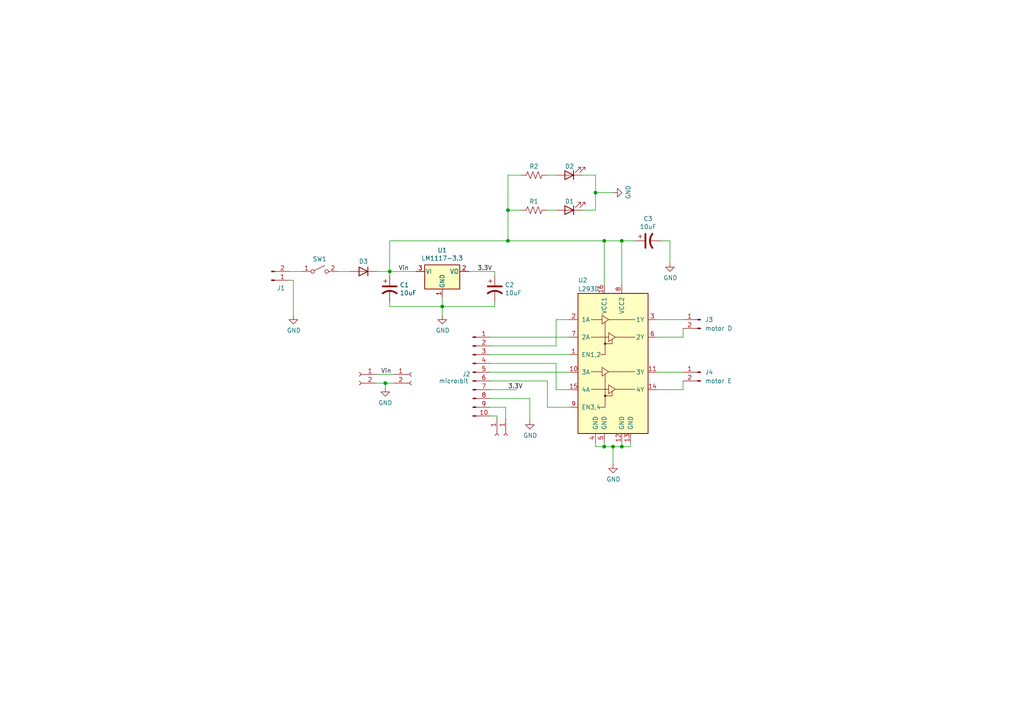
<source format=kicad_sch>
(kicad_sch (version 20211123) (generator eeschema)
  (paper "A4")
  (lib_symbols
    (symbol "Connector:Conn_01x01_Female" (pin_names (offset 1.016) hide)
      (property "Reference" "J" (at 0 2.54 0))
      (property "Value" "Conn_01x01_Female" (at 0 -2.54 0))
      (symbol "Conn_01x01_Female_1_1"
        (polyline (pts (xy -1.27 0) (xy -0.508 0)) (stroke (width 0.1524)))
        (arc (start 0 0.508) (mid -0.508 0) (end 0 -0.508) (stroke (width 0.1524)))
        (pin passive line (at -5.08 0 0) (length 3.81) (name "Pin_1") (number "1"))
      )
    )
    (symbol "Connector:Conn_01x02_Female" (pin_names (offset 1.016) hide)
      (property "Reference" "J" (at 0 2.54 0))
      (property "Value" "Conn_01x02_Female" (at 0 -5.08 0))
      (symbol "Conn_01x02_Female_1_1"
        (arc (start 0 -2.032) (mid -0.508 -2.54) (end 0 -3.048) (stroke (width 0.1524)))
        (polyline (pts (xy -1.27 -2.54) (xy -0.508 -2.54)) (stroke (width 0.1524)))
        (polyline (pts (xy -1.27 0) (xy -0.508 0)) (stroke (width 0.1524)))
        (arc (start 0 0.508) (mid -0.508 0) (end 0 -0.508) (stroke (width 0.1524)))
        (pin passive line (at -5.08 0 0) (length 3.81) (name "Pin_1") (number "1"))
        (pin passive line (at -5.08 -2.54 0) (length 3.81) (name "Pin_2") (number "2"))
      )
    )
    (symbol "Connector:Conn_01x02_Male" (pin_names (offset 1.016) hide)
      (property "Reference" "J" (at 0 2.54 0))
      (property "Value" "Conn_01x02_Male" (at 0 -5.08 0))
      (symbol "Conn_01x02_Male_1_1"
        (polyline (pts (xy 1.27 -2.54) (xy 0.8636 -2.54)) (stroke (width 0.1524)))
        (polyline (pts (xy 1.27 0) (xy 0.8636 0)) (stroke (width 0.1524)))
        (rectangle (start 0.8636 -2.413) (end 0 -2.667) (stroke (width 0.1524)) (fill (type outline)))
        (rectangle (start 0.8636 0.127) (end 0 -0.127) (stroke (width 0.1524)) (fill (type outline)))
        (pin passive line (at 5.08 0 180) (length 3.81) (name "Pin_1") (number "1"))
        (pin passive line (at 5.08 -2.54 180) (length 3.81) (name "Pin_2") (number "2"))
      )
    )
    (symbol "Connector:Conn_01x10_Male" (pin_names (offset 1.016) hide)
      (property "Reference" "J" (at 0 12.7 0))
      (property "Value" "Conn_01x10_Male" (at 0 -15.24 0))
      (symbol "Conn_01x10_Male_1_1"
        (polyline (pts (xy 1.27 -12.7) (xy 0.8636 -12.7)) (stroke (width 0.1524)))
        (polyline (pts (xy 1.27 -10.16) (xy 0.8636 -10.16)) (stroke (width 0.1524)))
        (polyline (pts (xy 1.27 -7.62) (xy 0.8636 -7.62)) (stroke (width 0.1524)))
        (polyline (pts (xy 1.27 -5.08) (xy 0.8636 -5.08)) (stroke (width 0.1524)))
        (polyline (pts (xy 1.27 -2.54) (xy 0.8636 -2.54)) (stroke (width 0.1524)))
        (polyline (pts (xy 1.27 0) (xy 0.8636 0)) (stroke (width 0.1524)))
        (polyline (pts (xy 1.27 2.54) (xy 0.8636 2.54)) (stroke (width 0.1524)))
        (polyline (pts (xy 1.27 5.08) (xy 0.8636 5.08)) (stroke (width 0.1524)))
        (polyline (pts (xy 1.27 7.62) (xy 0.8636 7.62)) (stroke (width 0.1524)))
        (polyline (pts (xy 1.27 10.16) (xy 0.8636 10.16)) (stroke (width 0.1524)))
        (rectangle (start 0.8636 -12.573) (end 0 -12.827) (stroke (width 0.1524)) (fill (type outline)))
        (rectangle (start 0.8636 -10.033) (end 0 -10.287) (stroke (width 0.1524)) (fill (type outline)))
        (rectangle (start 0.8636 -7.493) (end 0 -7.747) (stroke (width 0.1524)) (fill (type outline)))
        (rectangle (start 0.8636 -4.953) (end 0 -5.207) (stroke (width 0.1524)) (fill (type outline)))
        (rectangle (start 0.8636 -2.413) (end 0 -2.667) (stroke (width 0.1524)) (fill (type outline)))
        (rectangle (start 0.8636 0.127) (end 0 -0.127) (stroke (width 0.1524)) (fill (type outline)))
        (rectangle (start 0.8636 2.667) (end 0 2.413) (stroke (width 0.1524)) (fill (type outline)))
        (rectangle (start 0.8636 5.207) (end 0 4.953) (stroke (width 0.1524)) (fill (type outline)))
        (rectangle (start 0.8636 7.747) (end 0 7.493) (stroke (width 0.1524)) (fill (type outline)))
        (rectangle (start 0.8636 10.287) (end 0 10.033) (stroke (width 0.1524)) (fill (type outline)))
        (pin passive line (at 5.08 10.16 180) (length 3.81) (name "Pin_1") (number "1"))
        (pin passive line (at 5.08 -12.7 180) (length 3.81) (name "Pin_10") (number "10"))
        (pin passive line (at 5.08 7.62 180) (length 3.81) (name "Pin_2") (number "2"))
        (pin passive line (at 5.08 5.08 180) (length 3.81) (name "Pin_3") (number "3"))
        (pin passive line (at 5.08 2.54 180) (length 3.81) (name "Pin_4") (number "4"))
        (pin passive line (at 5.08 0 180) (length 3.81) (name "Pin_5") (number "5"))
        (pin passive line (at 5.08 -2.54 180) (length 3.81) (name "Pin_6") (number "6"))
        (pin passive line (at 5.08 -5.08 180) (length 3.81) (name "Pin_7") (number "7"))
        (pin passive line (at 5.08 -7.62 180) (length 3.81) (name "Pin_8") (number "8"))
        (pin passive line (at 5.08 -10.16 180) (length 3.81) (name "Pin_9") (number "9"))
      )
    )
    (symbol "Device:D" (pin_numbers hide) (pin_names (offset 1.016) hide)
      (property "Reference" "D" (at 0 2.54 0))
      (property "Value" "D" (at 0 -2.54 0))
      (symbol "D_0_1"
        (polyline (pts (xy -1.27 1.27) (xy -1.27 -1.27)) (stroke (width 0.254)))
        (polyline (pts (xy 1.27 0) (xy -1.27 0)))
        (polyline (pts (xy 1.27 1.27) (xy 1.27 -1.27) (xy -1.27 0) (xy 1.27 1.27)) (stroke (width 0.254)))
      )
      (symbol "D_1_1"
        (pin passive line (at -3.81 0 0) (length 2.54) (name "K") (number "1"))
        (pin passive line (at 3.81 0 180) (length 2.54) (name "A") (number "2"))
      )
    )
    (symbol "Device:LED" (pin_numbers hide) (pin_names (offset 1.016) hide)
      (property "Reference" "D" (at 0 2.54 0))
      (property "Value" "LED" (at 0 -2.54 0))
      (symbol "LED_0_1"
        (polyline (pts (xy -1.27 -1.27) (xy -1.27 1.27)) (stroke (width 0.254)))
        (polyline (pts (xy -1.27 0) (xy 1.27 0)))
        (polyline (pts (xy 1.27 -1.27) (xy 1.27 1.27) (xy -1.27 0) (xy 1.27 -1.27)) (stroke (width 0.254)))
        (polyline (pts (xy -3.048 -0.762) (xy -4.572 -2.286) (xy -3.81 -2.286) (xy -4.572 -2.286) (xy -4.572 -1.524)))
        (polyline (pts (xy -1.778 -0.762) (xy -3.302 -2.286) (xy -2.54 -2.286) (xy -3.302 -2.286) (xy -3.302 -1.524)))
      )
      (symbol "LED_1_1"
        (pin passive line (at -3.81 0 0) (length 2.54) (name "K") (number "1"))
        (pin passive line (at 3.81 0 180) (length 2.54) (name "A") (number "2"))
      )
    )
    (symbol "Device:R_US" (pin_numbers hide) (pin_names (offset 0))
      (property "Reference" "R" (at 2.54 0 90))
      (property "Value" "R_US" (at -2.54 0 90))
      (symbol "R_US_0_1"
        (polyline (pts (xy 0 -2.286) (xy 0 -2.54)))
        (polyline (pts (xy 0 2.286) (xy 0 2.54)))
        (polyline (pts (xy 0 -0.762) (xy 1.016 -1.143) (xy 0 -1.524) (xy -1.016 -1.905) (xy 0 -2.286)))
        (polyline (pts (xy 0 0.762) (xy 1.016 0.381) (xy 0 0) (xy -1.016 -0.381) (xy 0 -0.762)))
        (polyline (pts (xy 0 2.286) (xy 1.016 1.905) (xy 0 1.524) (xy -1.016 1.143) (xy 0 0.762)))
      )
      (symbol "R_US_1_1"
        (pin passive line (at 0 3.81 270) (length 1.27) (name "~") (number "1"))
        (pin passive line (at 0 -3.81 90) (length 1.27) (name "~") (number "2"))
      )
    )
    (symbol "Driver_Motor:L293D" (pin_names (offset 1.016))
      (property "Reference" "U" (at -5.08 26.035 0))
      (property "Value" "L293D" (at -5.08 24.13 0))
      (symbol "L293D_0_1"
        (rectangle (start -10.16 22.86) (end 10.16 -17.78) (stroke (width 0.254)) (fill (type background)))
        (circle (center -2.286 -6.858) (radius 0.254) (fill (type outline)))
        (circle (center -2.286 8.255) (radius 0.254) (fill (type outline)))
        (polyline (pts (xy -6.35 -4.953) (xy -1.27 -4.953)))
        (polyline (pts (xy -6.35 0.127) (xy -3.175 0.127)))
        (polyline (pts (xy -6.35 10.16) (xy -1.27 10.16)))
        (polyline (pts (xy -6.35 15.24) (xy -3.175 15.24)))
        (polyline (pts (xy -1.27 0.127) (xy 6.35 0.127)))
        (polyline (pts (xy -1.27 15.24) (xy 6.35 15.24)))
        (polyline (pts (xy 0.635 -4.953) (xy 6.35 -4.953)))
        (polyline (pts (xy 0.635 10.16) (xy 6.35 10.16)))
        (polyline (pts (xy -2.286 -6.858) (xy -0.254 -6.858) (xy -0.254 -5.588)))
        (polyline (pts (xy -2.286 -0.635) (xy -2.286 -10.16) (xy -3.556 -10.16)))
        (polyline (pts (xy -2.286 8.255) (xy -0.254 8.255) (xy -0.254 9.525)))
        (polyline (pts (xy -2.286 14.478) (xy -2.286 5.08) (xy -3.556 5.08)))
        (polyline (pts (xy -3.175 1.397) (xy -3.175 -1.143) (xy -1.27 0.127) (xy -3.175 1.397)))
        (polyline (pts (xy -3.175 16.51) (xy -3.175 13.97) (xy -1.27 15.24) (xy -3.175 16.51)))
        (polyline (pts (xy -1.27 -3.683) (xy -1.27 -6.223) (xy 0.635 -4.953) (xy -1.27 -3.683)))
        (polyline (pts (xy -1.27 11.43) (xy -1.27 8.89) (xy 0.635 10.16) (xy -1.27 11.43)))
      )
      (symbol "L293D_1_1"
        (pin input line (at -12.7 5.08 0) (length 2.54) (name "EN1,2") (number "1"))
        (pin input line (at -12.7 0 0) (length 2.54) (name "3A") (number "10"))
        (pin output line (at 12.7 0 180) (length 2.54) (name "3Y") (number "11"))
        (pin power_in line (at 2.54 -20.32 90) (length 2.54) (name "GND") (number "12"))
        (pin power_in line (at 5.08 -20.32 90) (length 2.54) (name "GND") (number "13"))
        (pin output line (at 12.7 -5.08 180) (length 2.54) (name "4Y") (number "14"))
        (pin input line (at -12.7 -5.08 0) (length 2.54) (name "4A") (number "15"))
        (pin power_in line (at -2.54 25.4 270) (length 2.54) (name "VCC1") (number "16"))
        (pin input line (at -12.7 15.24 0) (length 2.54) (name "1A") (number "2"))
        (pin output line (at 12.7 15.24 180) (length 2.54) (name "1Y") (number "3"))
        (pin power_in line (at -5.08 -20.32 90) (length 2.54) (name "GND") (number "4"))
        (pin power_in line (at -2.54 -20.32 90) (length 2.54) (name "GND") (number "5"))
        (pin output line (at 12.7 10.16 180) (length 2.54) (name "2Y") (number "6"))
        (pin input line (at -12.7 10.16 0) (length 2.54) (name "2A") (number "7"))
        (pin power_in line (at 2.54 25.4 270) (length 2.54) (name "VCC2") (number "8"))
        (pin input line (at -12.7 -10.16 0) (length 2.54) (name "EN3,4") (number "9"))
      )
    )
    (symbol "Regulator_Linear:LM1117-3.3" (pin_names (offset 0.254))
      (property "Reference" "U" (at -3.81 3.175 0))
      (property "Value" "LM1117-3.3" (at 0 3.175 0))
      (symbol "LM1117-3.3_0_1"
        (rectangle (start -5.08 -5.08) (end 5.08 1.905) (stroke (width 0.254)) (fill (type background)))
      )
      (symbol "LM1117-3.3_1_1"
        (pin power_in line (at 0 -7.62 90) (length 2.54) (name "GND") (number "1"))
        (pin power_out line (at 7.62 0 180) (length 2.54) (name "VO") (number "2"))
        (pin power_in line (at -7.62 0 0) (length 2.54) (name "VI") (number "3"))
      )
    )
    (symbol "Switch:SW_SPST" (pin_names (offset 0) hide)
      (property "Reference" "SW" (at 0 3.175 0))
      (property "Value" "SW_SPST" (at 0 -2.54 0))
      (symbol "SW_SPST_0_0"
        (circle (center -2.032 0) (radius 0.508))
        (polyline (pts (xy -1.524 0.254) (xy 1.524 1.778)))
        (circle (center 2.032 0) (radius 0.508))
      )
      (symbol "SW_SPST_1_1"
        (pin passive line (at -5.08 0 0) (length 2.54) (name "A") (number "1"))
        (pin passive line (at 5.08 0 180) (length 2.54) (name "B") (number "2"))
      )
    )
    (symbol "bitmovel-rescue:CP1-Device" (pin_numbers hide) (pin_names (offset 0.254) hide)
      (property "Reference" "C" (at 0.635 2.54 0))
      (property "Value" "CP1-Device" (at 0.635 -2.54 0))
      (symbol "CP1-Device_0_1"
        (polyline (pts (xy -2.032 0.762) (xy 2.032 0.762)) (stroke (width 0.508)))
        (polyline (pts (xy -1.778 2.286) (xy -0.762 2.286)))
        (polyline (pts (xy -1.27 1.778) (xy -1.27 2.794)))
        (arc (start 2.032 -1.27) (mid 0 -0.5572) (end -2.032 -1.27) (stroke (width 0.508)))
      )
      (symbol "CP1-Device_1_1"
        (pin passive line (at 0 3.81 270) (length 2.794) (name "~") (number "1"))
        (pin passive line (at 0 -3.81 90) (length 3.302) (name "~") (number "2"))
      )
    )
    (symbol "power:GND" (power) (pin_names (offset 0))
      (property "Value" "GND" (at 0 -3.81 0))
      (symbol "GND_0_1"
        (polyline (pts (xy 0 0) (xy 0 -1.27) (xy 1.27 -1.27) (xy 0 -2.54) (xy -1.27 -1.27) (xy 0 -1.27)))
      )
      (symbol "GND_1_1"
        (pin power_in line (at 0 0 270) (length 0) hide (name "GND") (number "1"))
      )
    )
  )
  (junction (at 180.34 129.54))
  (junction (at 128.27 88.9))
  (junction (at 113.03 78.74))
  (junction (at 147.32 60.96))
  (junction (at 172.72 55.88))
  (junction (at 180.34 69.85))
  (junction (at 147.32 69.85))
  (junction (at 111.76 111.125))
  (junction (at 175.26 129.54))
  (junction (at 177.8 129.54))
  (junction (at 175.26 69.85))
  (wire (pts (xy 190.5 113.03) (xy 198.12 113.03)))
  (wire (pts (xy 128.27 86.36) (xy 128.27 88.9)))
  (wire (pts (xy 85.09 81.28) (xy 85.09 91.44)))
  (wire (pts (xy 113.03 88.9) (xy 128.27 88.9)))
  (wire (pts (xy 146.685 118.11) (xy 146.685 121.285)))
  (wire (pts (xy 111.76 112.395) (xy 111.76 111.125)))
  (wire (pts (xy 113.03 78.74) (xy 113.03 69.85)))
  (wire (pts (xy 180.34 69.85) (xy 180.34 82.55)))
  (wire (pts (xy 161.29 100.33) (xy 142.24 100.33)))
  (wire (pts (xy 172.72 60.96) (xy 172.72 55.88)))
  (wire (pts (xy 180.34 128.27) (xy 180.34 129.54)))
  (wire (pts (xy 109.22 78.74) (xy 113.03 78.74)))
  (wire (pts (xy 198.12 97.79) (xy 190.5 97.79)))
  (wire (pts (xy 149.86 113.03) (xy 142.24 113.03)))
  (wire (pts (xy 111.76 111.125) (xy 114.3 111.125)))
  (wire (pts (xy 142.24 110.49) (xy 158.75 110.49)))
  (wire (pts (xy 128.27 91.44) (xy 128.27 88.9)))
  (wire (pts (xy 182.88 129.54) (xy 182.88 128.27)))
  (wire (pts (xy 161.29 50.8) (xy 158.75 50.8)))
  (wire (pts (xy 135.89 78.74) (xy 143.51 78.74)))
  (wire (pts (xy 182.88 129.54) (xy 180.34 129.54)))
  (wire (pts (xy 177.8 129.54) (xy 177.8 134.62)))
  (wire (pts (xy 172.72 128.27) (xy 172.72 129.54)))
  (wire (pts (xy 113.03 78.74) (xy 120.65 78.74)))
  (wire (pts (xy 109.22 108.585) (xy 114.3 108.585)))
  (wire (pts (xy 172.72 129.54) (xy 175.26 129.54)))
  (wire (pts (xy 198.12 113.03) (xy 198.12 110.49)))
  (wire (pts (xy 113.03 69.85) (xy 147.32 69.85)))
  (wire (pts (xy 97.79 78.74) (xy 101.6 78.74)))
  (wire (pts (xy 142.24 107.95) (xy 165.1 107.95)))
  (wire (pts (xy 161.29 92.71) (xy 165.1 92.71)))
  (wire (pts (xy 143.51 87.63) (xy 143.51 88.9)))
  (wire (pts (xy 142.24 102.87) (xy 165.1 102.87)))
  (wire (pts (xy 158.75 118.11) (xy 158.75 110.49)))
  (wire (pts (xy 165.1 113.03) (xy 161.29 113.03)))
  (wire (pts (xy 172.72 55.88) (xy 172.72 50.8)))
  (wire (pts (xy 184.15 69.85) (xy 180.34 69.85)))
  (wire (pts (xy 113.03 80.01) (xy 113.03 78.74)))
  (wire (pts (xy 165.1 97.79) (xy 142.24 97.79)))
  (wire (pts (xy 144.145 121.285) (xy 144.145 120.65)))
  (wire (pts (xy 190.5 92.71) (xy 198.12 92.71)))
  (wire (pts (xy 191.77 69.85) (xy 194.31 69.85)))
  (wire (pts (xy 161.29 60.96) (xy 158.75 60.96)))
  (wire (pts (xy 113.03 87.63) (xy 113.03 88.9)))
  (wire (pts (xy 144.145 120.65) (xy 142.24 120.65)))
  (wire (pts (xy 177.8 55.88) (xy 172.72 55.88)))
  (wire (pts (xy 172.72 50.8) (xy 168.91 50.8)))
  (wire (pts (xy 153.67 115.57) (xy 153.67 121.92)))
  (wire (pts (xy 143.51 78.74) (xy 143.51 80.01)))
  (wire (pts (xy 161.29 105.41) (xy 142.24 105.41)))
  (wire (pts (xy 147.32 60.96) (xy 147.32 50.8)))
  (wire (pts (xy 198.12 95.25) (xy 198.12 97.79)))
  (wire (pts (xy 147.32 69.85) (xy 147.32 60.96)))
  (wire (pts (xy 147.32 60.96) (xy 151.13 60.96)))
  (wire (pts (xy 143.51 88.9) (xy 128.27 88.9)))
  (wire (pts (xy 175.26 69.85) (xy 180.34 69.85)))
  (wire (pts (xy 177.8 129.54) (xy 180.34 129.54)))
  (wire (pts (xy 85.09 81.28) (xy 83.82 81.28)))
  (wire (pts (xy 147.32 50.8) (xy 151.13 50.8)))
  (wire (pts (xy 194.31 69.85) (xy 194.31 76.2)))
  (wire (pts (xy 175.26 69.85) (xy 175.26 82.55)))
  (wire (pts (xy 161.29 113.03) (xy 161.29 105.41)))
  (wire (pts (xy 175.26 129.54) (xy 177.8 129.54)))
  (wire (pts (xy 147.32 69.85) (xy 175.26 69.85)))
  (wire (pts (xy 142.24 115.57) (xy 153.67 115.57)))
  (wire (pts (xy 111.76 111.125) (xy 109.22 111.125)))
  (wire (pts (xy 83.82 78.74) (xy 87.63 78.74)))
  (wire (pts (xy 142.24 118.11) (xy 146.685 118.11)))
  (wire (pts (xy 190.5 107.95) (xy 198.12 107.95)))
  (wire (pts (xy 168.91 60.96) (xy 172.72 60.96)))
  (wire (pts (xy 161.29 92.71) (xy 161.29 100.33)))
  (wire (pts (xy 165.1 118.11) (xy 158.75 118.11)))
  (wire (pts (xy 175.26 128.27) (xy 175.26 129.54)))
  (label "Vin" (at 115.57 78.74 0))
  (label "3.3V" (at 147.32 113.03 0))
  (label "Vin" (at 110.49 108.585 0))
  (label "3.3V" (at 138.43 78.74 0))
  (symbol (lib_id "Regulator_Linear:LM1117-3.3") (at 128.27 78.74 0) (unit 1)
    (property "Reference" "U1" (at 128.27 72.5932 0))
    (property "Value" "LM1117-3.3" (at 128.27 74.9046 0))
    (property "Footprint" "bitmovel:TO-220-3_Vertical" (effects hide))
    (property "Datasheet" "http://www.ti.com/lit/ds/symlink/lm1117.pdf" (effects hide))
  )
  (symbol (lib_id "bitmovel-rescue:CP1-Device") (at 113.03 83.82 0) (unit 1)
    (property "Reference" "C1" (at 115.951 82.6516 0) (effects (justify left)))
    (property "Value" "10uF" (at 115.951 84.963 0) (effects (justify left)))
    (property "Footprint" "bitmovel:CP_Radial_D5.0mm_P2.50mm" (effects hide))
  )
  (symbol (lib_id "Driver_Motor:L293D") (at 177.8 107.95 0) (unit 1)
    (property "Reference" "U2" (at 167.64 81.28 0) (effects (justify left)))
    (property "Value" "L293D" (at 167.64 83.82 0) (effects (justify left)))
    (property "Footprint" "bitmovel:DIP-16_W7.62mm_Socket" (effects hide))
    (property "Datasheet" "http://www.ti.com/lit/ds/symlink/l293.pdf" (effects hide))
  )
  (symbol (lib_id "power:GND") (at 177.8 134.62 0) (unit 1)
    (property "Reference" "#PWR02" (effects hide))
    (property "Value" "GND" (at 177.927 139.0142 0))
  )
  (symbol (lib_id "Connector:Conn_01x02_Male") (at 78.74 81.28 0) (mirror x) (unit 1)
    (property "Reference" "J1" (at 81.4832 83.5406 0))
    (property "Value" "Conn_01x02_Male" (effects hide))
    (property "Footprint" "bitmovel:microUSB-breakout-2pin" (effects hide))
  )
  (symbol (lib_id "power:GND") (at 128.27 91.44 0) (unit 1)
    (property "Reference" "#PWR01" (effects hide))
    (property "Value" "GND" (at 128.397 95.8342 0))
  )
  (symbol (lib_id "Connector:Conn_01x10_Male") (at 137.16 107.95 0) (unit 1)
    (property "Reference" "J2" (at 136.4742 108.5088 0) (effects (justify right)))
    (property "Value" "micro:bit" (at 135.89 110.49 0) (effects (justify right)))
    (property "Footprint" "bitmovel:microbit_edge_rings" (effects hide))
  )
  (symbol (lib_id "Connector:Conn_01x02_Male") (at 203.2 92.71 0) (mirror y) (unit 1)
    (property "Reference" "J3" (at 204.47 92.71 0) (effects (justify right)))
    (property "Value" "motor D" (at 204.47 95.25 0) (effects (justify right)))
    (property "Footprint" "bitmovel:SolderJumper-2_P1.3mm_Open_RoundedPad1.0x1.5mm" (effects hide))
  )
  (symbol (lib_id "Connector:Conn_01x02_Male") (at 203.2 107.95 0) (mirror y) (unit 1)
    (property "Reference" "J4" (at 204.47 107.95 0) (effects (justify right)))
    (property "Value" "motor E" (at 204.47 110.49 0) (effects (justify right)))
    (property "Footprint" "bitmovel:SolderJumper-2_P1.3mm_Open_RoundedPad1.0x1.5mm" (effects hide))
  )
  (symbol (lib_id "power:GND") (at 153.67 121.92 0) (unit 1)
    (property "Reference" "#PWR0101" (effects hide))
    (property "Value" "GND" (at 153.797 126.3142 0))
  )
  (symbol (lib_id "bitmovel-rescue:CP1-Device") (at 187.96 69.85 90) (mirror x) (unit 1)
    (property "Reference" "C3" (at 187.96 63.4492 90))
    (property "Value" "10uF" (at 187.96 65.7606 90))
    (property "Footprint" "bitmovel:CP_Radial_D5.0mm_P2.50mm" (effects hide))
  )
  (symbol (lib_id "Switch:SW_SPST") (at 92.71 78.74 0) (unit 1)
    (property "Reference" "SW1" (at 92.71 75.1078 0))
    (property "Value" "SW_SPST" (effects hide))
    (property "Footprint" "bitmovel:Slide_Switch" (effects hide))
  )
  (symbol (lib_id "bitmovel-rescue:CP1-Device") (at 143.51 83.82 0) (unit 1)
    (property "Reference" "C2" (at 146.431 82.6516 0) (effects (justify left)))
    (property "Value" "10uF" (at 146.431 84.963 0) (effects (justify left)))
    (property "Footprint" "bitmovel:CP_Radial_D5.0mm_P2.50mm" (effects hide))
  )
  (symbol (lib_id "Device:LED") (at 165.1 60.96 180) (unit 1)
    (property "Reference" "D1" (at 163.83 58.42 0) (effects (justify right)))
    (property "Value" "LED" (effects hide))
    (property "Footprint" "bitmovel:LED_D5.0mm" (effects hide))
  )
  (symbol (lib_id "Device:LED") (at 165.1 50.8 180) (unit 1)
    (property "Reference" "D2" (at 163.83 48.26 0) (effects (justify right)))
    (property "Value" "LED" (effects hide))
    (property "Footprint" "bitmovel:LED_D5.0mm" (effects hide))
  )
  (symbol (lib_id "Device:R_US") (at 154.94 60.96 90) (unit 1)
    (property "Reference" "R1" (at 156.21 58.42 90) (effects (justify left)))
    (property "Value" "R_US" (effects hide))
    (property "Footprint" "bitmovel:R_Axial_DIN0207_L6.3mm_D2.5mm_P10.16mm_Horizontal" (effects hide))
  )
  (symbol (lib_id "Device:R_US") (at 154.94 50.8 90) (unit 1)
    (property "Reference" "R2" (at 156.21 48.26 90) (effects (justify left)))
    (property "Value" "R_US" (effects hide))
    (property "Footprint" "bitmovel:R_Axial_DIN0207_L6.3mm_D2.5mm_P10.16mm_Horizontal" (effects hide))
  )
  (symbol (lib_id "power:GND") (at 177.8 55.88 90) (unit 1)
    (property "Reference" "#PWR0104" (effects hide))
    (property "Value" "GND" (at 182.1942 55.753 0))
  )
  (symbol (lib_id "power:GND") (at 194.31 76.2 0) (unit 1)
    (property "Reference" "#PWR0103" (effects hide))
    (property "Value" "GND" (at 194.437 80.5942 0))
  )
  (symbol (lib_id "Device:D") (at 105.41 78.74 180) (unit 1)
    (property "Reference" "D3" (at 105.41 75.819 0))
    (property "Value" "D_Small" (effects hide))
    (property "Footprint" "bitmovel:D_A-405_P7.62mm_Horizontal" (effects hide))
  )
  (symbol (lib_id "power:GND") (at 85.09 91.44 0) (unit 1)
    (property "Reference" "#PWR0102" (effects hide))
    (property "Value" "GND" (at 85.217 95.8342 0))
  )
  (symbol (lib_id "power:GND") (at 111.76 112.395 0) (unit 1)
    (property "Reference" "#PWR03" (effects hide))
    (property "Value" "GND" (at 111.76 116.84 0))
  )
  (symbol (lib_id "Connector:Conn_01x01_Female") (at 144.145 126.365 270) (unit 1)
    (property "Reference" "J7" (effects hide))
    (property "Value" "Conn_01x01_Female" (effects hide))
    (property "Footprint" "Connector_PinHeader_2.54mm:PinHeader_1x01_P2.54mm_Vertical" (effects hide))
  )
  (symbol (lib_id "Connector:Conn_01x01_Female") (at 146.685 126.365 270) (unit 1)
    (property "Reference" "J8" (effects hide))
    (property "Value" "Conn_01x01_Female" (effects hide))
    (property "Footprint" "Connector_PinHeader_2.54mm:PinHeader_1x01_P2.54mm_Vertical" (effects hide))
  )
  (symbol (lib_id "Connector:Conn_01x02_Female") (at 119.38 108.585 0) (unit 1)
    (property "Reference" "J9" (effects hide))
    (property "Value" "Conn_01x02_Female" (effects hide))
    (property "Footprint" "Connector_PinHeader_2.54mm:PinHeader_1x02_P2.54mm_Vertical" (effects hide))
  )
  (symbol (lib_id "Connector:Conn_01x02_Female") (at 104.14 108.585 0) (mirror y) (unit 1)
    (property "Reference" "J6" (effects hide))
    (property "Value" "Conn_01x02_Female" (effects hide))
    (property "Footprint" "Connector_PinHeader_2.54mm:PinHeader_1x02_P2.54mm_Vertical" (effects hide))
  )
)
</source>
